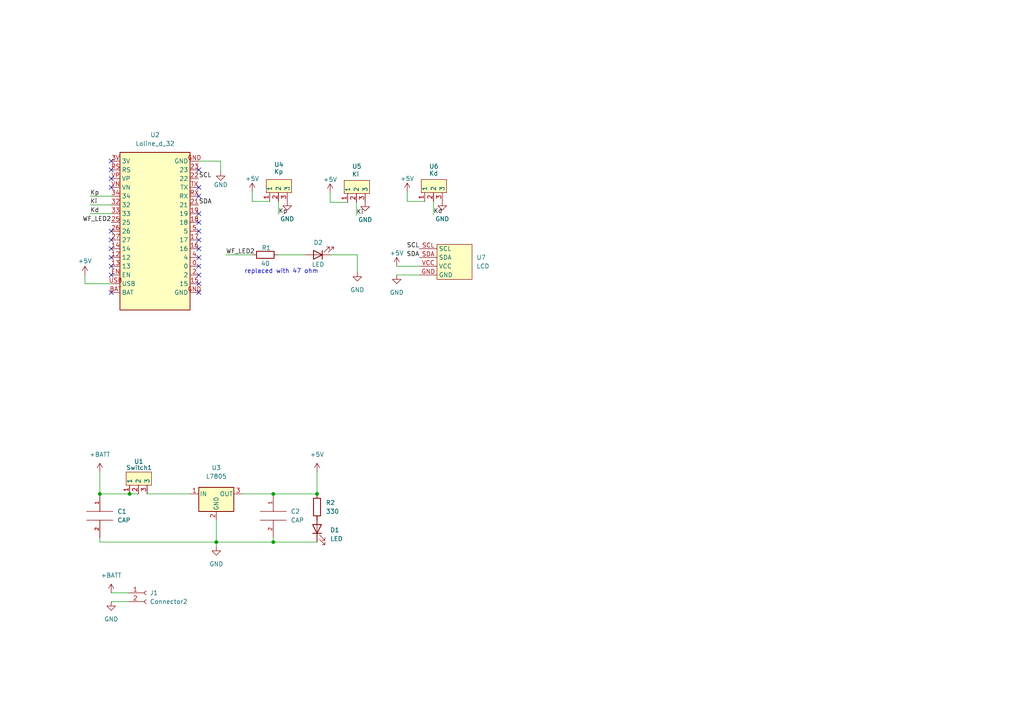
<source format=kicad_sch>
(kicad_sch (version 20211123) (generator eeschema)

  (uuid 55992e35-fe7b-468a-9b7a-1e4dc931b904)

  (paper "A4")

  (title_block
    (title "Controller")
    (date "2022-11-20")
    (company "Myongji Univ.")
    (comment 1 "Drawn by Jaewon Ahn")
  )

  (lib_symbols
    (symbol "Device:LED" (pin_numbers hide) (pin_names (offset 1.016) hide) (in_bom yes) (on_board yes)
      (property "Reference" "D" (id 0) (at 0 2.54 0)
        (effects (font (size 1.27 1.27)))
      )
      (property "Value" "LED" (id 1) (at 0 -2.54 0)
        (effects (font (size 1.27 1.27)))
      )
      (property "Footprint" "" (id 2) (at 0 0 0)
        (effects (font (size 1.27 1.27)) hide)
      )
      (property "Datasheet" "~" (id 3) (at 0 0 0)
        (effects (font (size 1.27 1.27)) hide)
      )
      (property "ki_keywords" "LED diode" (id 4) (at 0 0 0)
        (effects (font (size 1.27 1.27)) hide)
      )
      (property "ki_description" "Light emitting diode" (id 5) (at 0 0 0)
        (effects (font (size 1.27 1.27)) hide)
      )
      (property "ki_fp_filters" "LED* LED_SMD:* LED_THT:*" (id 6) (at 0 0 0)
        (effects (font (size 1.27 1.27)) hide)
      )
      (symbol "LED_0_1"
        (polyline
          (pts
            (xy -1.27 -1.27)
            (xy -1.27 1.27)
          )
          (stroke (width 0.254) (type default) (color 0 0 0 0))
          (fill (type none))
        )
        (polyline
          (pts
            (xy -1.27 0)
            (xy 1.27 0)
          )
          (stroke (width 0) (type default) (color 0 0 0 0))
          (fill (type none))
        )
        (polyline
          (pts
            (xy 1.27 -1.27)
            (xy 1.27 1.27)
            (xy -1.27 0)
            (xy 1.27 -1.27)
          )
          (stroke (width 0.254) (type default) (color 0 0 0 0))
          (fill (type none))
        )
        (polyline
          (pts
            (xy -3.048 -0.762)
            (xy -4.572 -2.286)
            (xy -3.81 -2.286)
            (xy -4.572 -2.286)
            (xy -4.572 -1.524)
          )
          (stroke (width 0) (type default) (color 0 0 0 0))
          (fill (type none))
        )
        (polyline
          (pts
            (xy -1.778 -0.762)
            (xy -3.302 -2.286)
            (xy -2.54 -2.286)
            (xy -3.302 -2.286)
            (xy -3.302 -1.524)
          )
          (stroke (width 0) (type default) (color 0 0 0 0))
          (fill (type none))
        )
      )
      (symbol "LED_1_1"
        (pin passive line (at -3.81 0 0) (length 2.54)
          (name "K" (effects (font (size 1.27 1.27))))
          (number "1" (effects (font (size 1.27 1.27))))
        )
        (pin passive line (at 3.81 0 180) (length 2.54)
          (name "A" (effects (font (size 1.27 1.27))))
          (number "2" (effects (font (size 1.27 1.27))))
        )
      )
    )
    (symbol "Device:R" (pin_numbers hide) (pin_names (offset 0)) (in_bom yes) (on_board yes)
      (property "Reference" "R" (id 0) (at 2.032 0 90)
        (effects (font (size 1.27 1.27)))
      )
      (property "Value" "R" (id 1) (at 0 0 90)
        (effects (font (size 1.27 1.27)))
      )
      (property "Footprint" "" (id 2) (at -1.778 0 90)
        (effects (font (size 1.27 1.27)) hide)
      )
      (property "Datasheet" "~" (id 3) (at 0 0 0)
        (effects (font (size 1.27 1.27)) hide)
      )
      (property "ki_keywords" "R res resistor" (id 4) (at 0 0 0)
        (effects (font (size 1.27 1.27)) hide)
      )
      (property "ki_description" "Resistor" (id 5) (at 0 0 0)
        (effects (font (size 1.27 1.27)) hide)
      )
      (property "ki_fp_filters" "R_*" (id 6) (at 0 0 0)
        (effects (font (size 1.27 1.27)) hide)
      )
      (symbol "R_0_1"
        (rectangle (start -1.016 -2.54) (end 1.016 2.54)
          (stroke (width 0.254) (type default) (color 0 0 0 0))
          (fill (type none))
        )
      )
      (symbol "R_1_1"
        (pin passive line (at 0 3.81 270) (length 1.27)
          (name "~" (effects (font (size 1.27 1.27))))
          (number "1" (effects (font (size 1.27 1.27))))
        )
        (pin passive line (at 0 -3.81 90) (length 1.27)
          (name "~" (effects (font (size 1.27 1.27))))
          (number "2" (effects (font (size 1.27 1.27))))
        )
      )
    )
    (symbol "New_Library:Connector1" (pin_names (offset 1.016) hide) (in_bom yes) (on_board yes)
      (property "Reference" "J" (id 0) (at 0 2.54 0)
        (effects (font (size 1.27 1.27)))
      )
      (property "Value" "Connector1" (id 1) (at 0 -5.08 0)
        (effects (font (size 1.27 1.27)))
      )
      (property "Footprint" "" (id 2) (at 0 0 0)
        (effects (font (size 1.27 1.27)) hide)
      )
      (property "Datasheet" "~" (id 3) (at 0 0 0)
        (effects (font (size 1.27 1.27)) hide)
      )
      (property "ki_keywords" "connector" (id 4) (at 0 0 0)
        (effects (font (size 1.27 1.27)) hide)
      )
      (property "ki_description" "Generic connector, single row, 01x02, script generated (kicad-library-utils/schlib/autogen/connector/)" (id 5) (at 0 0 0)
        (effects (font (size 1.27 1.27)) hide)
      )
      (property "ki_fp_filters" "Connector*:*_1x??_*" (id 6) (at 0 0 0)
        (effects (font (size 1.27 1.27)) hide)
      )
      (symbol "Connector1_1_1"
        (arc (start 0 -2.032) (mid -0.508 -2.54) (end 0 -3.048)
          (stroke (width 0.1524) (type default) (color 0 0 0 0))
          (fill (type none))
        )
        (polyline
          (pts
            (xy -1.27 -2.54)
            (xy -0.508 -2.54)
          )
          (stroke (width 0.1524) (type default) (color 0 0 0 0))
          (fill (type none))
        )
        (polyline
          (pts
            (xy -1.27 0)
            (xy -0.508 0)
          )
          (stroke (width 0.1524) (type default) (color 0 0 0 0))
          (fill (type none))
        )
        (arc (start 0 0.508) (mid -0.508 0) (end 0 -0.508)
          (stroke (width 0.1524) (type default) (color 0 0 0 0))
          (fill (type none))
        )
        (pin passive line (at -5.08 0 0) (length 3.81)
          (name "Pin_1" (effects (font (size 1.27 1.27))))
          (number "1" (effects (font (size 1.27 1.27))))
        )
        (pin passive line (at -5.08 -2.54 0) (length 3.81)
          (name "Pin_2" (effects (font (size 1.27 1.27))))
          (number "2" (effects (font (size 1.27 1.27))))
        )
      )
    )
    (symbol "New_Library:LCD" (in_bom yes) (on_board yes)
      (property "Reference" "U" (id 0) (at 0 -8.89 0)
        (effects (font (size 1.27 1.27)))
      )
      (property "Value" "LCD" (id 1) (at 0 6.35 0)
        (effects (font (size 1.27 1.27)))
      )
      (property "Footprint" "" (id 2) (at 1.27 0 0)
        (effects (font (size 1.27 1.27)) hide)
      )
      (property "Datasheet" "" (id 3) (at 1.27 0 0)
        (effects (font (size 1.27 1.27)) hide)
      )
      (symbol "LCD_0_1"
        (rectangle (start -5.08 3.81) (end 5.08 -6.35)
          (stroke (width 0) (type default) (color 0 0 0 0))
          (fill (type background))
        )
      )
      (symbol "LCD_1_1"
        (pin bidirectional line (at 10.16 2.54 180) (length 5.08)
          (name "GND" (effects (font (size 1.27 1.27))))
          (number "GND" (effects (font (size 1.27 1.27))))
        )
        (pin bidirectional line (at 10.16 -5.08 180) (length 5.08)
          (name "SCL" (effects (font (size 1.27 1.27))))
          (number "SCL" (effects (font (size 1.27 1.27))))
        )
        (pin bidirectional line (at 10.16 -2.54 180) (length 5.08)
          (name "SDA" (effects (font (size 1.27 1.27))))
          (number "SDA" (effects (font (size 1.27 1.27))))
        )
        (pin bidirectional line (at 10.16 0 180) (length 5.08)
          (name "VCC" (effects (font (size 1.27 1.27))))
          (number "VCC" (effects (font (size 1.27 1.27))))
        )
      )
    )
    (symbol "New_Library:Loline_d_32" (in_bom yes) (on_board yes)
      (property "Reference" "U" (id 0) (at 0 23.114 0)
        (effects (font (size 1.27 1.27)))
      )
      (property "Value" "Loline_d_32" (id 1) (at -0.508 -25.4 0)
        (effects (font (size 1.27 1.27)))
      )
      (property "Footprint" "" (id 2) (at -3.048 -12.7 0)
        (effects (font (size 1.27 1.27)) hide)
      )
      (property "Datasheet" "" (id 3) (at -3.048 -12.7 0)
        (effects (font (size 1.27 1.27)) hide)
      )
      (symbol "Loline_d_32_0_1"
        (rectangle (start -10.668 21.59) (end 9.652 -24.13)
          (stroke (width 0.254) (type default) (color 0 0 0 0))
          (fill (type background))
        )
      )
      (symbol "Loline_d_32_1_1"
        (pin bidirectional line (at 12.192 -11.43 180) (length 2.54)
          (name "0" (effects (font (size 1.27 1.27))))
          (number "0" (effects (font (size 1.27 1.27))))
        )
        (pin bidirectional line (at -13.208 -8.89 0) (length 2.54)
          (name "12" (effects (font (size 1.27 1.27))))
          (number "12" (effects (font (size 1.27 1.27))))
        )
        (pin bidirectional line (at -13.208 -11.43 0) (length 2.54)
          (name "13" (effects (font (size 1.27 1.27))))
          (number "13" (effects (font (size 1.27 1.27))))
        )
        (pin bidirectional line (at -13.208 -6.35 0) (length 2.54)
          (name "14" (effects (font (size 1.27 1.27))))
          (number "14" (effects (font (size 1.27 1.27))))
        )
        (pin bidirectional line (at 12.192 -16.51 180) (length 2.54)
          (name "15" (effects (font (size 1.27 1.27))))
          (number "15" (effects (font (size 1.27 1.27))))
        )
        (pin bidirectional line (at 12.192 -6.35 180) (length 2.54)
          (name "16" (effects (font (size 1.27 1.27))))
          (number "16" (effects (font (size 1.27 1.27))))
        )
        (pin bidirectional line (at 12.192 -3.81 180) (length 2.54)
          (name "17" (effects (font (size 1.27 1.27))))
          (number "17" (effects (font (size 1.27 1.27))))
        )
        (pin bidirectional line (at 12.192 1.27 180) (length 2.54)
          (name "18" (effects (font (size 1.27 1.27))))
          (number "18" (effects (font (size 1.27 1.27))))
        )
        (pin bidirectional line (at 12.192 3.81 180) (length 2.54)
          (name "19" (effects (font (size 1.27 1.27))))
          (number "19" (effects (font (size 1.27 1.27))))
        )
        (pin bidirectional line (at 12.192 -13.97 180) (length 2.54)
          (name "2" (effects (font (size 1.27 1.27))))
          (number "2" (effects (font (size 1.27 1.27))))
        )
        (pin bidirectional line (at 12.192 6.35 180) (length 2.54)
          (name "21" (effects (font (size 1.27 1.27))))
          (number "21" (effects (font (size 1.27 1.27))))
        )
        (pin bidirectional line (at 12.192 13.97 180) (length 2.54)
          (name "22" (effects (font (size 1.27 1.27))))
          (number "22" (effects (font (size 1.27 1.27))))
        )
        (pin bidirectional line (at 12.192 16.51 180) (length 2.54)
          (name "23" (effects (font (size 1.27 1.27))))
          (number "23" (effects (font (size 1.27 1.27))))
        )
        (pin bidirectional line (at -13.208 1.27 0) (length 2.54)
          (name "25" (effects (font (size 1.27 1.27))))
          (number "25" (effects (font (size 1.27 1.27))))
        )
        (pin bidirectional line (at -13.208 -1.27 0) (length 2.54)
          (name "26" (effects (font (size 1.27 1.27))))
          (number "26" (effects (font (size 1.27 1.27))))
        )
        (pin bidirectional line (at -13.208 -3.81 0) (length 2.54)
          (name "27" (effects (font (size 1.27 1.27))))
          (number "27" (effects (font (size 1.27 1.27))))
        )
        (pin bidirectional line (at -13.208 6.35 0) (length 2.54)
          (name "32" (effects (font (size 1.27 1.27))))
          (number "32" (effects (font (size 1.27 1.27))))
        )
        (pin bidirectional line (at -13.208 3.81 0) (length 2.54)
          (name "33" (effects (font (size 1.27 1.27))))
          (number "33" (effects (font (size 1.27 1.27))))
        )
        (pin bidirectional line (at -13.208 8.89 0) (length 2.54)
          (name "34" (effects (font (size 1.27 1.27))))
          (number "34" (effects (font (size 1.27 1.27))))
        )
        (pin bidirectional line (at -13.208 19.05 0) (length 2.54)
          (name "3V" (effects (font (size 1.27 1.27))))
          (number "3V" (effects (font (size 1.27 1.27))))
        )
        (pin bidirectional line (at 12.192 -8.89 180) (length 2.54)
          (name "4" (effects (font (size 1.27 1.27))))
          (number "4" (effects (font (size 1.27 1.27))))
        )
        (pin bidirectional line (at 12.192 -1.27 180) (length 2.54)
          (name "5" (effects (font (size 1.27 1.27))))
          (number "5" (effects (font (size 1.27 1.27))))
        )
        (pin bidirectional line (at -13.208 -19.05 0) (length 2.54)
          (name "BAT" (effects (font (size 1.27 1.27))))
          (number "BAT" (effects (font (size 1.27 1.27))))
        )
        (pin bidirectional line (at -13.208 -13.97 0) (length 2.54)
          (name "EN" (effects (font (size 1.27 1.27))))
          (number "EN" (effects (font (size 1.27 1.27))))
        )
        (pin bidirectional line (at 12.192 -19.05 180) (length 2.54)
          (name "GND" (effects (font (size 1.27 1.27))))
          (number "GND" (effects (font (size 1.27 1.27))))
        )
        (pin bidirectional line (at 12.192 19.05 180) (length 2.54)
          (name "GND" (effects (font (size 1.27 1.27))))
          (number "GND" (effects (font (size 1.27 1.27))))
        )
        (pin bidirectional line (at -13.208 16.51 0) (length 2.54)
          (name "RS" (effects (font (size 1.27 1.27))))
          (number "RS" (effects (font (size 1.27 1.27))))
        )
        (pin bidirectional line (at 12.192 8.89 180) (length 2.54)
          (name "RX" (effects (font (size 1.27 1.27))))
          (number "RX" (effects (font (size 1.27 1.27))))
        )
        (pin bidirectional line (at 12.192 11.43 180) (length 2.54)
          (name "TX" (effects (font (size 1.27 1.27))))
          (number "TX" (effects (font (size 1.27 1.27))))
        )
        (pin bidirectional line (at -13.208 -16.51 0) (length 2.54)
          (name "USB" (effects (font (size 1.27 1.27))))
          (number "USB" (effects (font (size 1.27 1.27))))
        )
        (pin bidirectional line (at -13.208 11.43 0) (length 2.54)
          (name "VN" (effects (font (size 1.27 1.27))))
          (number "VN" (effects (font (size 1.27 1.27))))
        )
        (pin bidirectional line (at -13.208 13.97 0) (length 2.54)
          (name "VP" (effects (font (size 1.27 1.27))))
          (number "VP" (effects (font (size 1.27 1.27))))
        )
      )
    )
    (symbol "New_Library:Switch1" (in_bom yes) (on_board yes)
      (property "Reference" "U" (id 0) (at 0 3.302 0)
        (effects (font (size 1.27 1.27)))
      )
      (property "Value" "Switch1" (id 1) (at 0.254 5.08 0)
        (effects (font (size 1.27 1.27)))
      )
      (property "Footprint" "" (id 2) (at -0.762 0.508 0)
        (effects (font (size 1.27 1.27)) hide)
      )
      (property "Datasheet" "" (id 3) (at -0.762 0.508 0)
        (effects (font (size 1.27 1.27)) hide)
      )
      (symbol "Switch1_0_1"
        (rectangle (start 3.81 -1.524) (end -3.556 2.286)
          (stroke (width 0) (type default) (color 0 0 0 0))
          (fill (type background))
        )
      )
      (symbol "Switch1_1_1"
        (pin passive line (at -2.54 -4.064 90) (length 2.54)
          (name "1" (effects (font (size 1.27 1.27))))
          (number "1" (effects (font (size 1.27 1.27))))
        )
        (pin passive line (at 0 -4.064 90) (length 2.54)
          (name "2" (effects (font (size 1.27 1.27))))
          (number "2" (effects (font (size 1.27 1.27))))
        )
        (pin passive line (at 2.54 -4.064 90) (length 2.54)
          (name "3" (effects (font (size 1.27 1.27))))
          (number "3" (effects (font (size 1.27 1.27))))
        )
      )
    )
    (symbol "New_Library:variable_R" (in_bom yes) (on_board yes)
      (property "Reference" "U" (id 0) (at 0 5.08 0)
        (effects (font (size 1.27 1.27)))
      )
      (property "Value" "variable_R" (id 1) (at 0 -7.62 0)
        (effects (font (size 1.27 1.27)))
      )
      (property "Footprint" "" (id 2) (at 2.54 -7.62 0)
        (effects (font (size 1.27 1.27)) hide)
      )
      (property "Datasheet" "" (id 3) (at 2.54 -7.62 0)
        (effects (font (size 1.27 1.27)) hide)
      )
      (symbol "variable_R_0_1"
        (rectangle (start 3.81 0) (end -3.556 3.81)
          (stroke (width 0) (type default) (color 0 0 0 0))
          (fill (type background))
        )
      )
      (symbol "variable_R_1_1"
        (pin input line (at -2.54 -2.54 90) (length 2.54)
          (name "1" (effects (font (size 1.27 1.27))))
          (number "1" (effects (font (size 1.27 1.27))))
        )
        (pin input line (at 0 -2.54 90) (length 2.54)
          (name "2" (effects (font (size 1.27 1.27))))
          (number "2" (effects (font (size 1.27 1.27))))
        )
        (pin input line (at 2.54 -2.54 90) (length 2.54)
          (name "3" (effects (font (size 1.27 1.27))))
          (number "3" (effects (font (size 1.27 1.27))))
        )
      )
    )
    (symbol "Regulator_Linear:L7805" (pin_names (offset 0.254)) (in_bom yes) (on_board yes)
      (property "Reference" "U" (id 0) (at -3.81 3.175 0)
        (effects (font (size 1.27 1.27)))
      )
      (property "Value" "L7805" (id 1) (at 0 3.175 0)
        (effects (font (size 1.27 1.27)) (justify left))
      )
      (property "Footprint" "" (id 2) (at 0.635 -3.81 0)
        (effects (font (size 1.27 1.27) italic) (justify left) hide)
      )
      (property "Datasheet" "http://www.st.com/content/ccc/resource/technical/document/datasheet/41/4f/b3/b0/12/d4/47/88/CD00000444.pdf/files/CD00000444.pdf/jcr:content/translations/en.CD00000444.pdf" (id 3) (at 0 -1.27 0)
        (effects (font (size 1.27 1.27)) hide)
      )
      (property "ki_keywords" "Voltage Regulator 1.5A Positive" (id 4) (at 0 0 0)
        (effects (font (size 1.27 1.27)) hide)
      )
      (property "ki_description" "Positive 1.5A 35V Linear Regulator, Fixed Output 5V, TO-220/TO-263/TO-252" (id 5) (at 0 0 0)
        (effects (font (size 1.27 1.27)) hide)
      )
      (property "ki_fp_filters" "TO?252* TO?263* TO?220*" (id 6) (at 0 0 0)
        (effects (font (size 1.27 1.27)) hide)
      )
      (symbol "L7805_0_1"
        (rectangle (start -5.08 1.905) (end 5.08 -5.08)
          (stroke (width 0.254) (type default) (color 0 0 0 0))
          (fill (type background))
        )
      )
      (symbol "L7805_1_1"
        (pin power_in line (at -7.62 0 0) (length 2.54)
          (name "IN" (effects (font (size 1.27 1.27))))
          (number "1" (effects (font (size 1.27 1.27))))
        )
        (pin power_in line (at 0 -7.62 90) (length 2.54)
          (name "GND" (effects (font (size 1.27 1.27))))
          (number "2" (effects (font (size 1.27 1.27))))
        )
        (pin power_out line (at 7.62 0 180) (length 2.54)
          (name "OUT" (effects (font (size 1.27 1.27))))
          (number "3" (effects (font (size 1.27 1.27))))
        )
      )
    )
    (symbol "power:+5V" (power) (pin_names (offset 0)) (in_bom yes) (on_board yes)
      (property "Reference" "#PWR" (id 0) (at 0 -3.81 0)
        (effects (font (size 1.27 1.27)) hide)
      )
      (property "Value" "+5V" (id 1) (at 0 3.556 0)
        (effects (font (size 1.27 1.27)))
      )
      (property "Footprint" "" (id 2) (at 0 0 0)
        (effects (font (size 1.27 1.27)) hide)
      )
      (property "Datasheet" "" (id 3) (at 0 0 0)
        (effects (font (size 1.27 1.27)) hide)
      )
      (property "ki_keywords" "power-flag" (id 4) (at 0 0 0)
        (effects (font (size 1.27 1.27)) hide)
      )
      (property "ki_description" "Power symbol creates a global label with name \"+5V\"" (id 5) (at 0 0 0)
        (effects (font (size 1.27 1.27)) hide)
      )
      (symbol "+5V_0_1"
        (polyline
          (pts
            (xy -0.762 1.27)
            (xy 0 2.54)
          )
          (stroke (width 0) (type default) (color 0 0 0 0))
          (fill (type none))
        )
        (polyline
          (pts
            (xy 0 0)
            (xy 0 2.54)
          )
          (stroke (width 0) (type default) (color 0 0 0 0))
          (fill (type none))
        )
        (polyline
          (pts
            (xy 0 2.54)
            (xy 0.762 1.27)
          )
          (stroke (width 0) (type default) (color 0 0 0 0))
          (fill (type none))
        )
      )
      (symbol "+5V_1_1"
        (pin power_in line (at 0 0 90) (length 0) hide
          (name "+5V" (effects (font (size 1.27 1.27))))
          (number "1" (effects (font (size 1.27 1.27))))
        )
      )
    )
    (symbol "power:+BATT" (power) (pin_names (offset 0)) (in_bom yes) (on_board yes)
      (property "Reference" "#PWR" (id 0) (at 0 -3.81 0)
        (effects (font (size 1.27 1.27)) hide)
      )
      (property "Value" "+BATT" (id 1) (at 0 3.556 0)
        (effects (font (size 1.27 1.27)))
      )
      (property "Footprint" "" (id 2) (at 0 0 0)
        (effects (font (size 1.27 1.27)) hide)
      )
      (property "Datasheet" "" (id 3) (at 0 0 0)
        (effects (font (size 1.27 1.27)) hide)
      )
      (property "ki_keywords" "power-flag battery" (id 4) (at 0 0 0)
        (effects (font (size 1.27 1.27)) hide)
      )
      (property "ki_description" "Power symbol creates a global label with name \"+BATT\"" (id 5) (at 0 0 0)
        (effects (font (size 1.27 1.27)) hide)
      )
      (symbol "+BATT_0_1"
        (polyline
          (pts
            (xy -0.762 1.27)
            (xy 0 2.54)
          )
          (stroke (width 0) (type default) (color 0 0 0 0))
          (fill (type none))
        )
        (polyline
          (pts
            (xy 0 0)
            (xy 0 2.54)
          )
          (stroke (width 0) (type default) (color 0 0 0 0))
          (fill (type none))
        )
        (polyline
          (pts
            (xy 0 2.54)
            (xy 0.762 1.27)
          )
          (stroke (width 0) (type default) (color 0 0 0 0))
          (fill (type none))
        )
      )
      (symbol "+BATT_1_1"
        (pin power_in line (at 0 0 90) (length 0) hide
          (name "+BATT" (effects (font (size 1.27 1.27))))
          (number "1" (effects (font (size 1.27 1.27))))
        )
      )
    )
    (symbol "power:GND" (power) (pin_names (offset 0)) (in_bom yes) (on_board yes)
      (property "Reference" "#PWR" (id 0) (at 0 -6.35 0)
        (effects (font (size 1.27 1.27)) hide)
      )
      (property "Value" "GND" (id 1) (at 0 -3.81 0)
        (effects (font (size 1.27 1.27)))
      )
      (property "Footprint" "" (id 2) (at 0 0 0)
        (effects (font (size 1.27 1.27)) hide)
      )
      (property "Datasheet" "" (id 3) (at 0 0 0)
        (effects (font (size 1.27 1.27)) hide)
      )
      (property "ki_keywords" "power-flag" (id 4) (at 0 0 0)
        (effects (font (size 1.27 1.27)) hide)
      )
      (property "ki_description" "Power symbol creates a global label with name \"GND\" , ground" (id 5) (at 0 0 0)
        (effects (font (size 1.27 1.27)) hide)
      )
      (symbol "GND_0_1"
        (polyline
          (pts
            (xy 0 0)
            (xy 0 -1.27)
            (xy 1.27 -1.27)
            (xy 0 -2.54)
            (xy -1.27 -1.27)
            (xy 0 -1.27)
          )
          (stroke (width 0) (type default) (color 0 0 0 0))
          (fill (type none))
        )
      )
      (symbol "GND_1_1"
        (pin power_in line (at 0 0 270) (length 0) hide
          (name "GND" (effects (font (size 1.27 1.27))))
          (number "1" (effects (font (size 1.27 1.27))))
        )
      )
    )
    (symbol "pspice:CAP" (pin_names (offset 0.254)) (in_bom yes) (on_board yes)
      (property "Reference" "C" (id 0) (at 2.54 3.81 90)
        (effects (font (size 1.27 1.27)))
      )
      (property "Value" "CAP" (id 1) (at 2.54 -3.81 90)
        (effects (font (size 1.27 1.27)))
      )
      (property "Footprint" "" (id 2) (at 0 0 0)
        (effects (font (size 1.27 1.27)) hide)
      )
      (property "Datasheet" "~" (id 3) (at 0 0 0)
        (effects (font (size 1.27 1.27)) hide)
      )
      (property "ki_keywords" "simulation" (id 4) (at 0 0 0)
        (effects (font (size 1.27 1.27)) hide)
      )
      (property "ki_description" "Capacitor symbol for simulation only" (id 5) (at 0 0 0)
        (effects (font (size 1.27 1.27)) hide)
      )
      (symbol "CAP_0_1"
        (polyline
          (pts
            (xy -3.81 -1.27)
            (xy 3.81 -1.27)
          )
          (stroke (width 0) (type default) (color 0 0 0 0))
          (fill (type none))
        )
        (polyline
          (pts
            (xy -3.81 1.27)
            (xy 3.81 1.27)
          )
          (stroke (width 0) (type default) (color 0 0 0 0))
          (fill (type none))
        )
      )
      (symbol "CAP_1_1"
        (pin passive line (at 0 6.35 270) (length 5.08)
          (name "~" (effects (font (size 1.016 1.016))))
          (number "1" (effects (font (size 1.016 1.016))))
        )
        (pin passive line (at 0 -6.35 90) (length 5.08)
          (name "~" (effects (font (size 1.016 1.016))))
          (number "2" (effects (font (size 1.016 1.016))))
        )
      )
    )
  )

  (junction (at 37.592 143.256) (diameter 0) (color 0 0 0 0)
    (uuid 0967eaf7-3e4f-4a2f-9d90-7cb2691f23b6)
  )
  (junction (at 28.956 143.256) (diameter 0) (color 0 0 0 0)
    (uuid 2102c637-9f11-48f1-aae6-b4139dc22be2)
  )
  (junction (at 62.738 157.226) (diameter 0) (color 0 0 0 0)
    (uuid 2e1d63b8-5189-41bb-8b6a-c4ada546b2d5)
  )
  (junction (at 91.948 143.256) (diameter 0) (color 0 0 0 0)
    (uuid 8ade7975-64a0-440a-8545-11958836bf48)
  )
  (junction (at 79.248 157.226) (diameter 0) (color 0 0 0 0)
    (uuid 9666bb6a-0c1d-4c92-be6d-94a465ec5c51)
  )
  (junction (at 79.248 143.256) (diameter 0) (color 0 0 0 0)
    (uuid d396ce56-1974-47b7-a41b-ae2b20ef835c)
  )

  (no_connect (at 57.658 69.596) (uuid 022502e0-e724-4b75-bc35-3c5984dbeb76))
  (no_connect (at 57.658 84.836) (uuid 0554bea0-89b2-4e25-9ea3-4c73921c94cb))
  (no_connect (at 32.258 84.836) (uuid 22962957-1efd-404d-83db-5b233b6c15b0))
  (no_connect (at 57.658 67.056) (uuid 2681e64d-bedc-4e1f-87d2-754aaa485bbd))
  (no_connect (at 32.258 67.056) (uuid 4086cbd7-6ba7-4e63-8da9-17e60627ee17))
  (no_connect (at 57.658 61.976) (uuid 49fec31e-3712-4229-8142-b191d90a97d0))
  (no_connect (at 32.258 46.736) (uuid 5a390647-51ba-4684-b747-9001f749ff71))
  (no_connect (at 57.658 49.276) (uuid 6b6d35dc-fa1d-46c5-87c0-b0652011059d))
  (no_connect (at 57.658 54.356) (uuid 6b8c153e-62fe-42fb-aa7f-caef740ef6fd))
  (no_connect (at 57.658 74.676) (uuid 722636b6-8ff0-452f-9357-23deb317d921))
  (no_connect (at 32.258 49.276) (uuid 765684c2-53b3-4ef7-bd1b-7a4a73d87b76))
  (no_connect (at 57.658 82.296) (uuid 88606262-3ac5-44a1-aacc-18b26cf4d396))
  (no_connect (at 57.658 79.756) (uuid 8eb98c56-17e4-4de6-a3e3-06dcfa392040))
  (no_connect (at 32.258 72.136) (uuid 91fc5800-6029-46b1-848d-ca0091f97267))
  (no_connect (at 57.658 64.516) (uuid 9f969b13-1795-4747-8326-93bdc304ed56))
  (no_connect (at 32.258 54.356) (uuid a22bec73-a69c-4ab7-8d8d-f6a6b09f925f))
  (no_connect (at 57.658 56.896) (uuid b9d4de74-d246-495d-8b63-12ab2133d6d6))
  (no_connect (at 32.258 69.596) (uuid bb8162f0-99c8-4884-be5b-c0d0c7e81ff6))
  (no_connect (at 32.258 77.216) (uuid bd085057-7c0e-463a-982b-968a2dc1f0f8))
  (no_connect (at 32.258 79.756) (uuid c66a19ed-90c0-4502-ae75-6a4c4ab9f297))
  (no_connect (at 32.258 51.816) (uuid c811ed5f-f509-4605-b7d3-da6f79935a1e))
  (no_connect (at 57.658 77.216) (uuid cd1cff81-9d8a-4511-96d6-4ddb79484001))
  (no_connect (at 32.258 74.676) (uuid d1cd5391-31d2-459f-8adb-4ae3f304a833))
  (no_connect (at 57.658 72.136) (uuid d655bb0a-cbf9-4908-ad60-7024ff468fbd))

  (wire (pts (xy 100.838 58.674) (xy 95.758 58.674))
    (stroke (width 0) (type default) (color 0 0 0 0))
    (uuid 07652224-af43-42a2-841c-1883ba305bc4)
  )
  (wire (pts (xy 80.772 73.914) (xy 88.392 73.914))
    (stroke (width 0) (type default) (color 0 0 0 0))
    (uuid 15a5a11b-0ea1-4f6e-b356-cc2d530615ed)
  )
  (wire (pts (xy 80.772 58.42) (xy 80.772 62.23))
    (stroke (width 0) (type default) (color 0 0 0 0))
    (uuid 15ea3484-2685-47cb-9e01-ec01c6d477b8)
  )
  (wire (pts (xy 28.956 143.256) (xy 37.592 143.256))
    (stroke (width 0) (type default) (color 0 0 0 0))
    (uuid 272c2a78-b5f5-4b61-aed3-ec69e0e92729)
  )
  (wire (pts (xy 24.638 82.296) (xy 24.638 79.756))
    (stroke (width 0) (type default) (color 0 0 0 0))
    (uuid 275b6416-db29-42cc-9307-bf426917c3b4)
  )
  (wire (pts (xy 62.738 150.876) (xy 62.738 157.226))
    (stroke (width 0) (type default) (color 0 0 0 0))
    (uuid 2ad4b4ba-3abd-4313-bed9-1edce936a95e)
  )
  (wire (pts (xy 32.258 82.296) (xy 24.638 82.296))
    (stroke (width 0) (type default) (color 0 0 0 0))
    (uuid 3c22d605-7855-4cc6-8ad2-906cadbd02dc)
  )
  (wire (pts (xy 28.956 157.226) (xy 62.738 157.226))
    (stroke (width 0) (type default) (color 0 0 0 0))
    (uuid 3f2a6679-91d7-4b6c-bf5c-c4d5abb2bc44)
  )
  (wire (pts (xy 123.19 58.42) (xy 118.11 58.42))
    (stroke (width 0) (type default) (color 0 0 0 0))
    (uuid 414f80f7-b2d5-43c3-a018-819efe44fe30)
  )
  (wire (pts (xy 95.758 58.674) (xy 95.758 55.88))
    (stroke (width 0) (type default) (color 0 0 0 0))
    (uuid 4d3a1f72-d521-46ae-8fe1-3f8221038335)
  )
  (wire (pts (xy 26.162 61.976) (xy 32.258 61.976))
    (stroke (width 0) (type default) (color 0 0 0 0))
    (uuid 4fb2577d-2e1c-480c-9060-124510b35053)
  )
  (wire (pts (xy 79.248 155.956) (xy 79.248 157.226))
    (stroke (width 0) (type default) (color 0 0 0 0))
    (uuid 5641be26-f5e9-482f-8616-297f17f4eae2)
  )
  (wire (pts (xy 57.658 46.736) (xy 64.008 46.736))
    (stroke (width 0) (type default) (color 0 0 0 0))
    (uuid 59e09498-d26e-4ba7-b47d-fece2ea7c274)
  )
  (wire (pts (xy 115.062 79.756) (xy 121.666 79.756))
    (stroke (width 0) (type default) (color 0 0 0 0))
    (uuid 5fe7a4eb-9f04-4df6-a1fa-36c071e280d7)
  )
  (wire (pts (xy 103.378 58.674) (xy 103.378 62.484))
    (stroke (width 0) (type default) (color 0 0 0 0))
    (uuid 63286bbb-78a3-4368-a50a-f6bf5f1653b0)
  )
  (wire (pts (xy 64.008 46.736) (xy 64.008 49.784))
    (stroke (width 0) (type default) (color 0 0 0 0))
    (uuid 7943ed8c-e760-4ace-9c5f-baf5589fae39)
  )
  (wire (pts (xy 91.948 157.226) (xy 79.248 157.226))
    (stroke (width 0) (type default) (color 0 0 0 0))
    (uuid 799d9f4a-bb6b-44d5-9f4c-3a30db59943d)
  )
  (wire (pts (xy 37.592 143.256) (xy 40.132 143.256))
    (stroke (width 0) (type default) (color 0 0 0 0))
    (uuid 7aa48356-0363-4881-a22e-060e5a1f9201)
  )
  (wire (pts (xy 32.258 171.958) (xy 37.338 171.958))
    (stroke (width 0) (type default) (color 0 0 0 0))
    (uuid 80095e91-6317-4cfb-9aea-884c9a1accc5)
  )
  (wire (pts (xy 70.358 143.256) (xy 79.248 143.256))
    (stroke (width 0) (type default) (color 0 0 0 0))
    (uuid 86143bb0-7899-4df8-b1df-baa3c0ac7889)
  )
  (wire (pts (xy 42.672 143.256) (xy 55.118 143.256))
    (stroke (width 0) (type default) (color 0 0 0 0))
    (uuid 8d063f79-9282-4820-bcf4-1ff3c006cf08)
  )
  (wire (pts (xy 62.738 157.226) (xy 62.738 158.496))
    (stroke (width 0) (type default) (color 0 0 0 0))
    (uuid 90d503cf-92b2-4120-a4b0-03a2eddde893)
  )
  (wire (pts (xy 32.258 174.498) (xy 37.338 174.498))
    (stroke (width 0) (type default) (color 0 0 0 0))
    (uuid 96ef76a5-90c3-4767-98ba-2b61887e28d3)
  )
  (wire (pts (xy 73.152 58.42) (xy 73.152 55.626))
    (stroke (width 0) (type default) (color 0 0 0 0))
    (uuid 981ff4de-0330-4757-b746-0cb983df5e7c)
  )
  (wire (pts (xy 28.956 155.956) (xy 28.956 157.226))
    (stroke (width 0) (type default) (color 0 0 0 0))
    (uuid a3fab380-991d-404b-95d5-1c209b047b6e)
  )
  (wire (pts (xy 118.11 58.42) (xy 118.11 55.626))
    (stroke (width 0) (type default) (color 0 0 0 0))
    (uuid a419542a-0c78-421e-9ac7-81d3afba6186)
  )
  (wire (pts (xy 115.062 77.216) (xy 121.666 77.216))
    (stroke (width 0) (type default) (color 0 0 0 0))
    (uuid a6891c49-3648-41ce-811e-fccb4c4653af)
  )
  (wire (pts (xy 28.956 136.906) (xy 28.956 143.256))
    (stroke (width 0) (type default) (color 0 0 0 0))
    (uuid af186015-d283-4209-aade-a247e5de01df)
  )
  (wire (pts (xy 26.162 56.896) (xy 32.258 56.896))
    (stroke (width 0) (type default) (color 0 0 0 0))
    (uuid b44c0167-50fe-4c67-94fb-5ce2e6f52544)
  )
  (wire (pts (xy 26.162 59.436) (xy 32.258 59.436))
    (stroke (width 0) (type default) (color 0 0 0 0))
    (uuid bd29b6d3-a58c-4b1f-9c20-de4efb708ab2)
  )
  (wire (pts (xy 79.248 143.256) (xy 91.948 143.256))
    (stroke (width 0) (type default) (color 0 0 0 0))
    (uuid c10ace36-a93c-4c08-ac75-059ef9e1f71c)
  )
  (wire (pts (xy 91.948 149.606) (xy 91.948 150.876))
    (stroke (width 0) (type default) (color 0 0 0 0))
    (uuid c220da05-2a98-47be-9327-0c73c5263c41)
  )
  (wire (pts (xy 125.73 58.42) (xy 125.73 62.23))
    (stroke (width 0) (type default) (color 0 0 0 0))
    (uuid c480dba7-51ff-4a4f-9251-e48b2784c64a)
  )
  (wire (pts (xy 103.632 73.914) (xy 103.632 78.994))
    (stroke (width 0) (type default) (color 0 0 0 0))
    (uuid c482f4f0-b441-4301-a9f1-c7f9e511d699)
  )
  (wire (pts (xy 78.232 58.42) (xy 73.152 58.42))
    (stroke (width 0) (type default) (color 0 0 0 0))
    (uuid c6462399-f2e4-4f1a-b34a-b49a04c8bdb9)
  )
  (wire (pts (xy 79.248 157.226) (xy 62.738 157.226))
    (stroke (width 0) (type default) (color 0 0 0 0))
    (uuid cd2580a0-9e4c-4895-a13c-3b2ee33bafc4)
  )
  (wire (pts (xy 73.152 73.914) (xy 65.532 73.914))
    (stroke (width 0) (type default) (color 0 0 0 0))
    (uuid d4ef5db0-5fba-4fcd-ab64-2ef2646c5c6d)
  )
  (wire (pts (xy 96.012 73.914) (xy 103.632 73.914))
    (stroke (width 0) (type default) (color 0 0 0 0))
    (uuid e1fe6230-75c5-4750-aaea-24a9b80589d8)
  )
  (wire (pts (xy 91.948 136.906) (xy 91.948 143.256))
    (stroke (width 0) (type default) (color 0 0 0 0))
    (uuid e7893166-2c2c-41b4-bd84-76ebc2e06551)
  )

  (text "replaced with 47 ohm\n" (at 70.866 79.502 0)
    (effects (font (size 1.27 1.27)) (justify left bottom))
    (uuid 3f43c2dc-daa2-45ba-b8ca-7ae5aebed882)
  )

  (label "SCL" (at 121.666 72.136 180)
    (effects (font (size 1.27 1.27)) (justify right bottom))
    (uuid 2d4d8c24-5b38-445b-8733-2a81ba21d33e)
  )
  (label "Kd" (at 26.162 61.976 0)
    (effects (font (size 1.27 1.27)) (justify left bottom))
    (uuid 3b9c5ffd-e59b-402d-8c5e-052f7ca643a4)
  )
  (label "WF_LED2" (at 65.532 73.914 0)
    (effects (font (size 1.27 1.27)) (justify left bottom))
    (uuid 406d491e-5b01-46dc-a768-fd0992cdb346)
  )
  (label "Kp" (at 26.162 56.896 0)
    (effects (font (size 1.27 1.27)) (justify left bottom))
    (uuid 42ecdba3-f348-4384-8d4b-cd21e56f3613)
  )
  (label "SDA" (at 121.666 74.676 180)
    (effects (font (size 1.27 1.27)) (justify right bottom))
    (uuid 653e74f0-0a40-4ab5-8f5c-787bbaf1d723)
  )
  (label "Kp" (at 80.772 62.23 0)
    (effects (font (size 1.27 1.27)) (justify left bottom))
    (uuid b8e1a8b8-63f0-4e53-a6cb-c8edf9a649c4)
  )
  (label "Kd" (at 125.73 62.23 0)
    (effects (font (size 1.27 1.27)) (justify left bottom))
    (uuid bc1d5740-b0c7-4566-95b0-470ac47a1fb3)
  )
  (label "SDA" (at 57.658 59.436 0)
    (effects (font (size 1.27 1.27)) (justify left bottom))
    (uuid d035bb7a-e806-42f2-ba95-a390d279aef1)
  )
  (label "Ki" (at 26.162 59.436 0)
    (effects (font (size 1.27 1.27)) (justify left bottom))
    (uuid dd2d59b3-ddef-491f-bb57-eb3d3820bdeb)
  )
  (label "Ki" (at 103.378 62.484 0)
    (effects (font (size 1.27 1.27)) (justify left bottom))
    (uuid ea28e946-b74f-4ba8-ac7b-b1884c5e7296)
  )
  (label "WF_LED2" (at 32.258 64.516 180)
    (effects (font (size 1.27 1.27)) (justify right bottom))
    (uuid f08895dc-4dcb-4aef-a39b-5a08864cdaaf)
  )
  (label "SCL" (at 57.658 51.816 0)
    (effects (font (size 1.27 1.27)) (justify left bottom))
    (uuid fead07ab-5a70-40db-ada8-c72dcc827bfc)
  )

  (symbol (lib_id "pspice:CAP") (at 28.956 149.606 0) (unit 1)
    (in_bom yes) (on_board yes) (fields_autoplaced)
    (uuid 162e5bdd-61a8-46a3-8485-826b5d58e1a1)
    (property "Reference" "C1" (id 0) (at 34.036 148.3359 0)
      (effects (font (size 1.27 1.27)) (justify left))
    )
    (property "Value" "CAP" (id 1) (at 34.036 150.8759 0)
      (effects (font (size 1.27 1.27)) (justify left))
    )
    (property "Footprint" "Capacitor_THT:CP_Radial_D8.0mm_P2.50mm" (id 2) (at 28.956 149.606 0)
      (effects (font (size 1.27 1.27)) hide)
    )
    (property "Datasheet" "~" (id 3) (at 28.956 149.606 0)
      (effects (font (size 1.27 1.27)) hide)
    )
    (pin "1" (uuid 319c683d-aed6-4e7d-aee2-ff9871746d52))
    (pin "2" (uuid 2f3fba7a-cf45-4bd8-9035-07e6fa0b4732))
  )

  (symbol (lib_id "Regulator_Linear:L7805") (at 62.738 143.256 0) (unit 1)
    (in_bom yes) (on_board yes) (fields_autoplaced)
    (uuid 188eabba-12a3-47b7-9be1-03f0c5a948eb)
    (property "Reference" "U3" (id 0) (at 62.738 135.636 0))
    (property "Value" "L7805" (id 1) (at 62.738 138.176 0))
    (property "Footprint" "Package_TO_SOT_THT:TO-220-3_Vertical" (id 2) (at 63.373 147.066 0)
      (effects (font (size 1.27 1.27) italic) (justify left) hide)
    )
    (property "Datasheet" "http://www.st.com/content/ccc/resource/technical/document/datasheet/41/4f/b3/b0/12/d4/47/88/CD00000444.pdf/files/CD00000444.pdf/jcr:content/translations/en.CD00000444.pdf" (id 3) (at 62.738 144.526 0)
      (effects (font (size 1.27 1.27)) hide)
    )
    (pin "1" (uuid d5c86a84-6c8b-48b5-b583-2fe7052421ab))
    (pin "2" (uuid 0a79db37-f1d9-40b1-a24d-8bdfb8f637e2))
    (pin "3" (uuid 315d2b15-cfe6-4672-b3ad-24773f3df12c))
  )

  (symbol (lib_id "Device:R") (at 91.948 147.066 0) (unit 1)
    (in_bom yes) (on_board yes) (fields_autoplaced)
    (uuid 18dee026-9999-4f10-8c36-736131349406)
    (property "Reference" "R2" (id 0) (at 94.488 145.7959 0)
      (effects (font (size 1.27 1.27)) (justify left))
    )
    (property "Value" "330" (id 1) (at 94.488 148.3359 0)
      (effects (font (size 1.27 1.27)) (justify left))
    )
    (property "Footprint" "Resistor_THT:R_Axial_DIN0207_L6.3mm_D2.5mm_P7.62mm_Horizontal" (id 2) (at 90.17 147.066 90)
      (effects (font (size 1.27 1.27)) hide)
    )
    (property "Datasheet" "~" (id 3) (at 91.948 147.066 0)
      (effects (font (size 1.27 1.27)) hide)
    )
    (pin "1" (uuid db532ed2-914c-41b4-b389-de2bf235d0a7))
    (pin "2" (uuid 9e427954-2486-4c91-89b5-6af73a073442))
  )

  (symbol (lib_id "power:+5V") (at 24.638 79.756 0) (unit 1)
    (in_bom yes) (on_board yes)
    (uuid 232ccf4f-3322-4e62-990b-290e6ff36fcd)
    (property "Reference" "#PWR0101" (id 0) (at 24.638 83.566 0)
      (effects (font (size 1.27 1.27)) hide)
    )
    (property "Value" "+5V" (id 1) (at 26.67 75.692 0)
      (effects (font (size 1.27 1.27)) (justify right))
    )
    (property "Footprint" "" (id 2) (at 24.638 79.756 0)
      (effects (font (size 1.27 1.27)) hide)
    )
    (property "Datasheet" "" (id 3) (at 24.638 79.756 0)
      (effects (font (size 1.27 1.27)) hide)
    )
    (pin "1" (uuid 6d7ff8c0-8a2a-4636-844f-c7210ff3e6f2))
  )

  (symbol (lib_id "New_Library:Switch1") (at 40.132 139.192 0) (unit 1)
    (in_bom yes) (on_board yes)
    (uuid 27b32d30-a0e6-48e4-8f63-c61987047d29)
    (property "Reference" "U1" (id 0) (at 38.862 133.858 0)
      (effects (font (size 1.27 1.27)) (justify left))
    )
    (property "Value" "Switch1" (id 1) (at 36.576 135.636 0)
      (effects (font (size 1.27 1.27)) (justify left))
    )
    (property "Footprint" "Connector_PinHeader_2.54mm:PinHeader_1x03_P2.54mm_Vertical" (id 2) (at 39.37 138.684 0)
      (effects (font (size 1.27 1.27)) hide)
    )
    (property "Datasheet" "" (id 3) (at 39.37 138.684 0)
      (effects (font (size 1.27 1.27)) hide)
    )
    (pin "1" (uuid ceb65f05-08ce-47e9-8a7e-aa1335099416))
    (pin "2" (uuid 5a5b7060-983c-4989-878e-3126720e998d))
    (pin "3" (uuid ed92ba08-98ec-48df-9584-41c899a43f78))
  )

  (symbol (lib_id "New_Library:variable_R") (at 80.772 55.88 0) (unit 1)
    (in_bom yes) (on_board yes)
    (uuid 28b01cd2-da3a-46ec-8825-b0f31a0b8987)
    (property "Reference" "U4" (id 0) (at 79.502 47.752 0)
      (effects (font (size 1.27 1.27)) (justify left))
    )
    (property "Value" "Kp" (id 1) (at 79.502 49.784 0)
      (effects (font (size 1.27 1.27)) (justify left))
    )
    (property "Footprint" "myLibrary:variable_R" (id 2) (at 83.312 63.5 0)
      (effects (font (size 1.27 1.27)) hide)
    )
    (property "Datasheet" "" (id 3) (at 83.312 63.5 0)
      (effects (font (size 1.27 1.27)) hide)
    )
    (pin "1" (uuid a49e8613-3cd2-48ed-8977-6bb5023f7722))
    (pin "2" (uuid a323243c-4cab-4689-aa04-1e663cf86177))
    (pin "3" (uuid 70cda344-73be-4466-a097-1fd56f3b19e2))
  )

  (symbol (lib_id "Device:R") (at 76.962 73.914 90) (unit 1)
    (in_bom yes) (on_board yes)
    (uuid 3934b2e9-06c8-499c-a6df-4d7b35cfb894)
    (property "Reference" "R1" (id 0) (at 77.216 71.882 90))
    (property "Value" "40" (id 1) (at 76.962 76.454 90))
    (property "Footprint" "Resistor_THT:R_Axial_DIN0207_L6.3mm_D2.5mm_P7.62mm_Horizontal" (id 2) (at 76.962 75.692 90)
      (effects (font (size 1.27 1.27)) hide)
    )
    (property "Datasheet" "~" (id 3) (at 76.962 73.914 0)
      (effects (font (size 1.27 1.27)) hide)
    )
    (pin "1" (uuid 73f40fda-e6eb-4f93-9482-56cf47d84a87))
    (pin "2" (uuid 3579cf2f-29b0-46b6-a07d-483fb5586322))
  )

  (symbol (lib_id "power:+BATT") (at 32.258 171.958 0) (unit 1)
    (in_bom yes) (on_board yes) (fields_autoplaced)
    (uuid 3a1a39fc-8030-4c93-9d9c-d79ba6824099)
    (property "Reference" "#PWR0113" (id 0) (at 32.258 175.768 0)
      (effects (font (size 1.27 1.27)) hide)
    )
    (property "Value" "+BATT" (id 1) (at 32.258 166.878 0))
    (property "Footprint" "" (id 2) (at 32.258 171.958 0)
      (effects (font (size 1.27 1.27)) hide)
    )
    (property "Datasheet" "" (id 3) (at 32.258 171.958 0)
      (effects (font (size 1.27 1.27)) hide)
    )
    (pin "1" (uuid 49b5f540-e128-4e08-bb09-f321f8e64056))
  )

  (symbol (lib_id "Device:LED") (at 92.202 73.914 180) (unit 1)
    (in_bom yes) (on_board yes)
    (uuid 3bb9c3d4-9a6f-41ac-8d1e-92ed4fe334c0)
    (property "Reference" "D2" (id 0) (at 90.932 70.358 0)
      (effects (font (size 1.27 1.27)) (justify right))
    )
    (property "Value" "LED" (id 1) (at 90.424 76.708 0)
      (effects (font (size 1.27 1.27)) (justify right))
    )
    (property "Footprint" "LED_THT:LED_D5.0mm" (id 2) (at 92.202 73.914 0)
      (effects (font (size 1.27 1.27)) hide)
    )
    (property "Datasheet" "~" (id 3) (at 92.202 73.914 0)
      (effects (font (size 1.27 1.27)) hide)
    )
    (pin "1" (uuid d554632b-6dd0-47f8-b59b-3ce25177ca3e))
    (pin "2" (uuid 89fb4a63-a18d-4c7e-be12-f061ef4bf0c0))
  )

  (symbol (lib_id "power:GND") (at 83.312 58.42 0) (unit 1)
    (in_bom yes) (on_board yes) (fields_autoplaced)
    (uuid 3f1ab70d-3263-42b5-9c61-0360188ff2b7)
    (property "Reference" "#PWR0102" (id 0) (at 83.312 64.77 0)
      (effects (font (size 1.27 1.27)) hide)
    )
    (property "Value" "GND" (id 1) (at 83.312 63.5 0))
    (property "Footprint" "" (id 2) (at 83.312 58.42 0)
      (effects (font (size 1.27 1.27)) hide)
    )
    (property "Datasheet" "" (id 3) (at 83.312 58.42 0)
      (effects (font (size 1.27 1.27)) hide)
    )
    (pin "1" (uuid aa0466c6-766f-4bb4-abf1-502a6a06f91d))
  )

  (symbol (lib_id "pspice:CAP") (at 79.248 149.606 0) (unit 1)
    (in_bom yes) (on_board yes) (fields_autoplaced)
    (uuid 43f341b3-06e9-4e7a-a26e-5365b89d76bf)
    (property "Reference" "C2" (id 0) (at 84.328 148.3359 0)
      (effects (font (size 1.27 1.27)) (justify left))
    )
    (property "Value" "CAP" (id 1) (at 84.328 150.8759 0)
      (effects (font (size 1.27 1.27)) (justify left))
    )
    (property "Footprint" "Capacitor_THT:CP_Radial_D8.0mm_P2.50mm" (id 2) (at 79.248 149.606 0)
      (effects (font (size 1.27 1.27)) hide)
    )
    (property "Datasheet" "~" (id 3) (at 79.248 149.606 0)
      (effects (font (size 1.27 1.27)) hide)
    )
    (pin "1" (uuid 4d51bc15-1f84-46be-8e16-e836b10f854e))
    (pin "2" (uuid cd48b13f-c989-4ac1-a7f0-053afcd77527))
  )

  (symbol (lib_id "power:+BATT") (at 28.956 136.906 0) (unit 1)
    (in_bom yes) (on_board yes) (fields_autoplaced)
    (uuid 4bbde53d-6894-4e18-9480-84a6a26d5f6b)
    (property "Reference" "#PWR0112" (id 0) (at 28.956 140.716 0)
      (effects (font (size 1.27 1.27)) hide)
    )
    (property "Value" "+BATT" (id 1) (at 28.956 131.826 0))
    (property "Footprint" "" (id 2) (at 28.956 136.906 0)
      (effects (font (size 1.27 1.27)) hide)
    )
    (property "Datasheet" "" (id 3) (at 28.956 136.906 0)
      (effects (font (size 1.27 1.27)) hide)
    )
    (pin "1" (uuid d3dd7cdb-b730-487d-804d-99150ba318ef))
  )

  (symbol (lib_id "power:GND") (at 62.738 158.496 0) (unit 1)
    (in_bom yes) (on_board yes)
    (uuid 524d7aa8-362f-459a-b2ae-4ca2a0b1612b)
    (property "Reference" "#PWR0115" (id 0) (at 62.738 164.846 0)
      (effects (font (size 1.27 1.27)) hide)
    )
    (property "Value" "GND" (id 1) (at 62.738 163.576 0))
    (property "Footprint" "" (id 2) (at 62.738 158.496 0)
      (effects (font (size 1.27 1.27)) hide)
    )
    (property "Datasheet" "" (id 3) (at 62.738 158.496 0)
      (effects (font (size 1.27 1.27)) hide)
    )
    (pin "1" (uuid 8fd0b33a-45bf-4216-9d7e-a62e1c071730))
  )

  (symbol (lib_id "power:+5V") (at 95.758 55.88 0) (unit 1)
    (in_bom yes) (on_board yes)
    (uuid 5b70b09b-6762-4725-9d48-805300c0bdc8)
    (property "Reference" "#PWR0111" (id 0) (at 95.758 59.69 0)
      (effects (font (size 1.27 1.27)) hide)
    )
    (property "Value" "+5V" (id 1) (at 97.79 52.07 0)
      (effects (font (size 1.27 1.27)) (justify right))
    )
    (property "Footprint" "" (id 2) (at 95.758 55.88 0)
      (effects (font (size 1.27 1.27)) hide)
    )
    (property "Datasheet" "" (id 3) (at 95.758 55.88 0)
      (effects (font (size 1.27 1.27)) hide)
    )
    (pin "1" (uuid da337fe1-c322-4637-ad26-2622b82ac8ee))
  )

  (symbol (lib_id "power:GND") (at 115.062 79.756 0) (unit 1)
    (in_bom yes) (on_board yes) (fields_autoplaced)
    (uuid 6aa022fb-09ce-49d9-86b1-c73b3ee817e2)
    (property "Reference" "#PWR0107" (id 0) (at 115.062 86.106 0)
      (effects (font (size 1.27 1.27)) hide)
    )
    (property "Value" "GND" (id 1) (at 115.062 84.836 0))
    (property "Footprint" "" (id 2) (at 115.062 79.756 0)
      (effects (font (size 1.27 1.27)) hide)
    )
    (property "Datasheet" "" (id 3) (at 115.062 79.756 0)
      (effects (font (size 1.27 1.27)) hide)
    )
    (pin "1" (uuid 2151a218-87ec-4d43-b5fa-736242c52602))
  )

  (symbol (lib_id "power:+5V") (at 73.152 55.626 0) (unit 1)
    (in_bom yes) (on_board yes)
    (uuid 6b8ac91e-9d2b-49db-8a80-1da009ad1c5e)
    (property "Reference" "#PWR0105" (id 0) (at 73.152 59.436 0)
      (effects (font (size 1.27 1.27)) hide)
    )
    (property "Value" "+5V" (id 1) (at 75.184 51.816 0)
      (effects (font (size 1.27 1.27)) (justify right))
    )
    (property "Footprint" "" (id 2) (at 73.152 55.626 0)
      (effects (font (size 1.27 1.27)) hide)
    )
    (property "Datasheet" "" (id 3) (at 73.152 55.626 0)
      (effects (font (size 1.27 1.27)) hide)
    )
    (pin "1" (uuid c7f7bd58-1ebd-40fd-a39d-a95530a751b6))
  )

  (symbol (lib_id "New_Library:Loline_d_32") (at 45.466 65.786 0) (unit 1)
    (in_bom yes) (on_board yes) (fields_autoplaced)
    (uuid 7668b629-abd6-4e14-be84-df90ae487fc6)
    (property "Reference" "U2" (id 0) (at 44.958 39.116 0))
    (property "Value" "Loline_d_32" (id 1) (at 44.958 41.656 0))
    (property "Footprint" "myLibrary:Loline_d_32" (id 2) (at 42.418 78.486 0)
      (effects (font (size 1.27 1.27)) hide)
    )
    (property "Datasheet" "" (id 3) (at 42.418 78.486 0)
      (effects (font (size 1.27 1.27)) hide)
    )
    (pin "0" (uuid 37657eee-b379-4145-b65d-79c82b53e49e))
    (pin "12" (uuid 363189af-2faa-46a4-b025-5a779d801f2e))
    (pin "13" (uuid f934a442-23d6-4e5b-908f-bb9199ad6f8b))
    (pin "14" (uuid 386faf3f-2adf-472a-84bf-bd511edf2429))
    (pin "15" (uuid de552ae9-cde6-4643-8cc7-9de2579dadae))
    (pin "16" (uuid 72366acb-6c86-4134-89df-01ed6e4dc8e0))
    (pin "17" (uuid 7274c82d-0cb9-47de-b093-7d848f491410))
    (pin "18" (uuid b66b83a0-313f-4b03-b851-c6e9577a6eb7))
    (pin "19" (uuid dad2f9a9-292b-4f7e-9524-a263f3c1ba74))
    (pin "2" (uuid 112371bd-7aa2-4b47-b184-50d12afc2534))
    (pin "21" (uuid 5c32b099-dba7-4228-8a5e-c2156f635ce2))
    (pin "22" (uuid 7ca71fec-e7f1-454f-9196-b80d15925fff))
    (pin "23" (uuid 6f1beb86-67e1-46bf-8c2b-6d1e1485d5c0))
    (pin "25" (uuid 1d0d5161-c82f-4c77-a9ca-15d017db65d3))
    (pin "26" (uuid f4117d3e-819d-4d33-bf85-69e28ba32fe5))
    (pin "27" (uuid 2f0570b6-86da-47a8-9e56-ce60c431c534))
    (pin "32" (uuid 1732b93f-cd0e-4ca4-a905-bb406354ca33))
    (pin "33" (uuid 9e136ac4-5d28-4814-9ebf-c30c372bc2ec))
    (pin "34" (uuid 58126faf-01a4-4f91-8e8c-ca9e47b48048))
    (pin "3V" (uuid 44b926bf-8bdd-4191-846d-2dfabab2cecb))
    (pin "4" (uuid e8274862-c966-456a-98d5-9c42f72963c1))
    (pin "5" (uuid efd7a1e0-5bed-4583-a94e-5ccec9e4eb74))
    (pin "BAT" (uuid f7070c76-b83b-43a9-a243-491723819616))
    (pin "EN" (uuid f5eb7390-4215-4bb5-bc53-f82f663cc9a5))
    (pin "GND" (uuid c3a69550-c4fa-45d1-9aba-0bba47699ccb))
    (pin "GND" (uuid c3a69550-c4fa-45d1-9aba-0bba47699ccb))
    (pin "RS" (uuid b7b00984-6ab1-482e-b4b4-67cac44d44da))
    (pin "RX" (uuid 3fa05934-8ad1-40a9-af5c-98ad298eb412))
    (pin "TX" (uuid 5eb16f0d-ef1e-4549-97a1-19cd06ad7236))
    (pin "USB" (uuid 9cacb6ad-6bbf-4ffe-b0a4-2df24045e046))
    (pin "VN" (uuid be5a7017-fe9d-43ea-9a6a-8fe8deb78420))
    (pin "VP" (uuid 49488c82-6277-4d05-a051-6a9df142c373))
  )

  (symbol (lib_id "power:+5V") (at 118.11 55.626 0) (unit 1)
    (in_bom yes) (on_board yes)
    (uuid a647641f-bf16-4177-91ee-b01f347ff91c)
    (property "Reference" "#PWR0104" (id 0) (at 118.11 59.436 0)
      (effects (font (size 1.27 1.27)) hide)
    )
    (property "Value" "+5V" (id 1) (at 120.142 51.816 0)
      (effects (font (size 1.27 1.27)) (justify right))
    )
    (property "Footprint" "" (id 2) (at 118.11 55.626 0)
      (effects (font (size 1.27 1.27)) hide)
    )
    (property "Datasheet" "" (id 3) (at 118.11 55.626 0)
      (effects (font (size 1.27 1.27)) hide)
    )
    (pin "1" (uuid fd4dd248-3e78-4985-a4fc-58bc05b74cbf))
  )

  (symbol (lib_id "New_Library:Connector1") (at 42.418 171.958 0) (unit 1)
    (in_bom yes) (on_board yes) (fields_autoplaced)
    (uuid ad4d05f5-6957-42f8-b65c-c657b9a26485)
    (property "Reference" "J1" (id 0) (at 43.434 171.9579 0)
      (effects (font (size 1.27 1.27)) (justify left))
    )
    (property "Value" "Connector2" (id 1) (at 43.434 174.4979 0)
      (effects (font (size 1.27 1.27)) (justify left))
    )
    (property "Footprint" "Connector_PinHeader_2.54mm:PinHeader_1x02_P2.54mm_Vertical" (id 2) (at 42.418 171.958 0)
      (effects (font (size 1.27 1.27)) hide)
    )
    (property "Datasheet" "~" (id 3) (at 42.418 171.958 0)
      (effects (font (size 1.27 1.27)) hide)
    )
    (pin "1" (uuid 92f063a3-7cce-4a96-8a3a-cf5767f700c6))
    (pin "2" (uuid 5bab6a37-1fdf-4cf8-b571-44c962ed86e9))
  )

  (symbol (lib_id "New_Library:variable_R") (at 103.378 56.134 0) (unit 1)
    (in_bom yes) (on_board yes)
    (uuid af6ac8e6-193c-4bd2-ac0b-7f515b538a8b)
    (property "Reference" "U5" (id 0) (at 102.108 48.26 0)
      (effects (font (size 1.27 1.27)) (justify left))
    )
    (property "Value" "Ki" (id 1) (at 102.108 50.546 0)
      (effects (font (size 1.27 1.27)) (justify left))
    )
    (property "Footprint" "myLibrary:variable_R" (id 2) (at 105.918 63.754 0)
      (effects (font (size 1.27 1.27)) hide)
    )
    (property "Datasheet" "" (id 3) (at 105.918 63.754 0)
      (effects (font (size 1.27 1.27)) hide)
    )
    (pin "1" (uuid 3b6dda98-f455-4961-854e-3c4cceecffcc))
    (pin "2" (uuid 42f10020-b50a-4739-a546-6b63e441c980))
    (pin "3" (uuid eafb53d1-7486-4935-b154-2efbffbed6ca))
  )

  (symbol (lib_id "power:+5V") (at 91.948 136.906 0) (unit 1)
    (in_bom yes) (on_board yes) (fields_autoplaced)
    (uuid b632afec-1444-4246-8afb-cc14a57567e7)
    (property "Reference" "#PWR0116" (id 0) (at 91.948 140.716 0)
      (effects (font (size 1.27 1.27)) hide)
    )
    (property "Value" "+5V" (id 1) (at 91.948 131.826 0))
    (property "Footprint" "" (id 2) (at 91.948 136.906 0)
      (effects (font (size 1.27 1.27)) hide)
    )
    (property "Datasheet" "" (id 3) (at 91.948 136.906 0)
      (effects (font (size 1.27 1.27)) hide)
    )
    (pin "1" (uuid 7b75907b-b2ae-4362-89fa-d520339aaa5c))
  )

  (symbol (lib_id "Device:LED") (at 91.948 153.416 90) (unit 1)
    (in_bom yes) (on_board yes) (fields_autoplaced)
    (uuid b9c0c276-e6f1-47dd-b072-0f92904248ca)
    (property "Reference" "D1" (id 0) (at 95.758 153.7334 90)
      (effects (font (size 1.27 1.27)) (justify right))
    )
    (property "Value" "LED" (id 1) (at 95.758 156.2734 90)
      (effects (font (size 1.27 1.27)) (justify right))
    )
    (property "Footprint" "LED_THT:LED_D5.0mm" (id 2) (at 91.948 153.416 0)
      (effects (font (size 1.27 1.27)) hide)
    )
    (property "Datasheet" "~" (id 3) (at 91.948 153.416 0)
      (effects (font (size 1.27 1.27)) hide)
    )
    (pin "1" (uuid 87a0ffb1-5477-4b20-a3ac-fef5af129a33))
    (pin "2" (uuid c62adb8b-b306-48da-b0ae-f6a287e54f62))
  )

  (symbol (lib_id "power:GND") (at 103.632 78.994 0) (unit 1)
    (in_bom yes) (on_board yes) (fields_autoplaced)
    (uuid d70bfdec-de0f-45e5-9452-2cd5d12b83b9)
    (property "Reference" "#PWR0108" (id 0) (at 103.632 85.344 0)
      (effects (font (size 1.27 1.27)) hide)
    )
    (property "Value" "GND" (id 1) (at 103.632 84.074 0))
    (property "Footprint" "" (id 2) (at 103.632 78.994 0)
      (effects (font (size 1.27 1.27)) hide)
    )
    (property "Datasheet" "" (id 3) (at 103.632 78.994 0)
      (effects (font (size 1.27 1.27)) hide)
    )
    (pin "1" (uuid 5c1d6842-15a5-4f73-b198-8836681840a1))
  )

  (symbol (lib_id "power:GND") (at 64.008 49.784 0) (unit 1)
    (in_bom yes) (on_board yes)
    (uuid d70d1cd3-1668-4688-8eb7-f773efb7bb87)
    (property "Reference" "#PWR0106" (id 0) (at 64.008 56.134 0)
      (effects (font (size 1.27 1.27)) hide)
    )
    (property "Value" "GND" (id 1) (at 61.976 53.594 0)
      (effects (font (size 1.27 1.27)) (justify left))
    )
    (property "Footprint" "" (id 2) (at 64.008 49.784 0)
      (effects (font (size 1.27 1.27)) hide)
    )
    (property "Datasheet" "" (id 3) (at 64.008 49.784 0)
      (effects (font (size 1.27 1.27)) hide)
    )
    (pin "1" (uuid 3c646c61-400f-4f60-98b8-05ed5e632a3f))
  )

  (symbol (lib_id "power:GND") (at 32.258 174.498 0) (unit 1)
    (in_bom yes) (on_board yes) (fields_autoplaced)
    (uuid e86e4fae-9ca7-4857-a93c-bc6a3048f887)
    (property "Reference" "#PWR0114" (id 0) (at 32.258 180.848 0)
      (effects (font (size 1.27 1.27)) hide)
    )
    (property "Value" "GND" (id 1) (at 32.258 179.578 0))
    (property "Footprint" "" (id 2) (at 32.258 174.498 0)
      (effects (font (size 1.27 1.27)) hide)
    )
    (property "Datasheet" "" (id 3) (at 32.258 174.498 0)
      (effects (font (size 1.27 1.27)) hide)
    )
    (pin "1" (uuid 5e755161-24a5-4650-a6e3-9836bf074412))
  )

  (symbol (lib_id "power:GND") (at 128.27 58.42 0) (unit 1)
    (in_bom yes) (on_board yes) (fields_autoplaced)
    (uuid f2392fe0-54af-4e02-8793-9ba2471944b5)
    (property "Reference" "#PWR0103" (id 0) (at 128.27 64.77 0)
      (effects (font (size 1.27 1.27)) hide)
    )
    (property "Value" "GND" (id 1) (at 128.27 63.5 0))
    (property "Footprint" "" (id 2) (at 128.27 58.42 0)
      (effects (font (size 1.27 1.27)) hide)
    )
    (property "Datasheet" "" (id 3) (at 128.27 58.42 0)
      (effects (font (size 1.27 1.27)) hide)
    )
    (pin "1" (uuid 2a6ee718-8cdf-4fa6-be7c-8fe885d98fd7))
  )

  (symbol (lib_id "power:GND") (at 105.918 58.674 0) (unit 1)
    (in_bom yes) (on_board yes) (fields_autoplaced)
    (uuid f8621ac5-1e7e-4e87-8c69-5fd403df9470)
    (property "Reference" "#PWR0110" (id 0) (at 105.918 65.024 0)
      (effects (font (size 1.27 1.27)) hide)
    )
    (property "Value" "GND" (id 1) (at 105.918 63.754 0))
    (property "Footprint" "" (id 2) (at 105.918 58.674 0)
      (effects (font (size 1.27 1.27)) hide)
    )
    (property "Datasheet" "" (id 3) (at 105.918 58.674 0)
      (effects (font (size 1.27 1.27)) hide)
    )
    (pin "1" (uuid 80f8c1b4-10dd-40fe-b7f7-67988bc3ad81))
  )

  (symbol (lib_id "New_Library:variable_R") (at 125.73 55.88 0) (unit 1)
    (in_bom yes) (on_board yes)
    (uuid fb191df4-267d-4797-80dd-be346b8eeb99)
    (property "Reference" "U6" (id 0) (at 124.46 48.26 0)
      (effects (font (size 1.27 1.27)) (justify left))
    )
    (property "Value" "Kd" (id 1) (at 124.46 50.292 0)
      (effects (font (size 1.27 1.27)) (justify left))
    )
    (property "Footprint" "myLibrary:variable_R" (id 2) (at 128.27 63.5 0)
      (effects (font (size 1.27 1.27)) hide)
    )
    (property "Datasheet" "" (id 3) (at 128.27 63.5 0)
      (effects (font (size 1.27 1.27)) hide)
    )
    (pin "1" (uuid fab1abc4-c49d-4b88-8c7f-939d7feb7b6c))
    (pin "2" (uuid 1a813eeb-ee58-4579-81e1-3f9a7227213c))
    (pin "3" (uuid b754bfb3-a198-47be-8e7b-61bec885a5db))
  )

  (symbol (lib_id "New_Library:LCD") (at 131.826 77.216 180) (unit 1)
    (in_bom yes) (on_board yes) (fields_autoplaced)
    (uuid fdc57161-f7f8-4584-b0ec-8c1aa24339c6)
    (property "Reference" "U7" (id 0) (at 138.176 74.6759 0)
      (effects (font (size 1.27 1.27)) (justify right))
    )
    (property "Value" "LCD" (id 1) (at 138.176 77.2159 0)
      (effects (font (size 1.27 1.27)) (justify right))
    )
    (property "Footprint" "Connector_PinHeader_2.54mm:PinHeader_1x04_P2.54mm_Vertical" (id 2) (at 130.556 77.216 0)
      (effects (font (size 1.27 1.27)) hide)
    )
    (property "Datasheet" "" (id 3) (at 130.556 77.216 0)
      (effects (font (size 1.27 1.27)) hide)
    )
    (pin "GND" (uuid 5698a460-6e24-4857-84d8-4a43acd2325d))
    (pin "SCL" (uuid dde4c43d-f33e-48ba-86f3-779fdfce00c2))
    (pin "SDA" (uuid 1b98de85-f9de-4825-baf2-c96991615275))
    (pin "VCC" (uuid 0938c137-668b-4d2f-b92b-cadb1df72bdb))
  )

  (symbol (lib_id "power:+5V") (at 115.062 77.216 0) (mirror y) (unit 1)
    (in_bom yes) (on_board yes)
    (uuid fec6f717-d723-4676-89ef-8ea691e209c2)
    (property "Reference" "#PWR0109" (id 0) (at 115.062 81.026 0)
      (effects (font (size 1.27 1.27)) hide)
    )
    (property "Value" "+5V" (id 1) (at 113.03 73.406 0)
      (effects (font (size 1.27 1.27)) (justify right))
    )
    (property "Footprint" "" (id 2) (at 115.062 77.216 0)
      (effects (font (size 1.27 1.27)) hide)
    )
    (property "Datasheet" "" (id 3) (at 115.062 77.216 0)
      (effects (font (size 1.27 1.27)) hide)
    )
    (pin "1" (uuid 18cf1537-83e6-4374-a277-6e3e21479ab0))
  )

  (sheet_instances
    (path "/" (page "1"))
  )

  (symbol_instances
    (path "/232ccf4f-3322-4e62-990b-290e6ff36fcd"
      (reference "#PWR0101") (unit 1) (value "+5V") (footprint "")
    )
    (path "/3f1ab70d-3263-42b5-9c61-0360188ff2b7"
      (reference "#PWR0102") (unit 1) (value "GND") (footprint "")
    )
    (path "/f2392fe0-54af-4e02-8793-9ba2471944b5"
      (reference "#PWR0103") (unit 1) (value "GND") (footprint "")
    )
    (path "/a647641f-bf16-4177-91ee-b01f347ff91c"
      (reference "#PWR0104") (unit 1) (value "+5V") (footprint "")
    )
    (path "/6b8ac91e-9d2b-49db-8a80-1da009ad1c5e"
      (reference "#PWR0105") (unit 1) (value "+5V") (footprint "")
    )
    (path "/d70d1cd3-1668-4688-8eb7-f773efb7bb87"
      (reference "#PWR0106") (unit 1) (value "GND") (footprint "")
    )
    (path "/6aa022fb-09ce-49d9-86b1-c73b3ee817e2"
      (reference "#PWR0107") (unit 1) (value "GND") (footprint "")
    )
    (path "/d70bfdec-de0f-45e5-9452-2cd5d12b83b9"
      (reference "#PWR0108") (unit 1) (value "GND") (footprint "")
    )
    (path "/fec6f717-d723-4676-89ef-8ea691e209c2"
      (reference "#PWR0109") (unit 1) (value "+5V") (footprint "")
    )
    (path "/f8621ac5-1e7e-4e87-8c69-5fd403df9470"
      (reference "#PWR0110") (unit 1) (value "GND") (footprint "")
    )
    (path "/5b70b09b-6762-4725-9d48-805300c0bdc8"
      (reference "#PWR0111") (unit 1) (value "+5V") (footprint "")
    )
    (path "/4bbde53d-6894-4e18-9480-84a6a26d5f6b"
      (reference "#PWR0112") (unit 1) (value "+BATT") (footprint "")
    )
    (path "/3a1a39fc-8030-4c93-9d9c-d79ba6824099"
      (reference "#PWR0113") (unit 1) (value "+BATT") (footprint "")
    )
    (path "/e86e4fae-9ca7-4857-a93c-bc6a3048f887"
      (reference "#PWR0114") (unit 1) (value "GND") (footprint "")
    )
    (path "/524d7aa8-362f-459a-b2ae-4ca2a0b1612b"
      (reference "#PWR0115") (unit 1) (value "GND") (footprint "")
    )
    (path "/b632afec-1444-4246-8afb-cc14a57567e7"
      (reference "#PWR0116") (unit 1) (value "+5V") (footprint "")
    )
    (path "/162e5bdd-61a8-46a3-8485-826b5d58e1a1"
      (reference "C1") (unit 1) (value "CAP") (footprint "Capacitor_THT:CP_Radial_D8.0mm_P2.50mm")
    )
    (path "/43f341b3-06e9-4e7a-a26e-5365b89d76bf"
      (reference "C2") (unit 1) (value "CAP") (footprint "Capacitor_THT:CP_Radial_D8.0mm_P2.50mm")
    )
    (path "/b9c0c276-e6f1-47dd-b072-0f92904248ca"
      (reference "D1") (unit 1) (value "LED") (footprint "LED_THT:LED_D5.0mm")
    )
    (path "/3bb9c3d4-9a6f-41ac-8d1e-92ed4fe334c0"
      (reference "D2") (unit 1) (value "LED") (footprint "LED_THT:LED_D5.0mm")
    )
    (path "/ad4d05f5-6957-42f8-b65c-c657b9a26485"
      (reference "J1") (unit 1) (value "Connector2") (footprint "Connector_PinHeader_2.54mm:PinHeader_1x02_P2.54mm_Vertical")
    )
    (path "/3934b2e9-06c8-499c-a6df-4d7b35cfb894"
      (reference "R1") (unit 1) (value "40") (footprint "Resistor_THT:R_Axial_DIN0207_L6.3mm_D2.5mm_P7.62mm_Horizontal")
    )
    (path "/18dee026-9999-4f10-8c36-736131349406"
      (reference "R2") (unit 1) (value "330") (footprint "Resistor_THT:R_Axial_DIN0207_L6.3mm_D2.5mm_P7.62mm_Horizontal")
    )
    (path "/27b32d30-a0e6-48e4-8f63-c61987047d29"
      (reference "U1") (unit 1) (value "Switch1") (footprint "Connector_PinHeader_2.54mm:PinHeader_1x03_P2.54mm_Vertical")
    )
    (path "/7668b629-abd6-4e14-be84-df90ae487fc6"
      (reference "U2") (unit 1) (value "Loline_d_32") (footprint "myLibrary:Loline_d_32")
    )
    (path "/188eabba-12a3-47b7-9be1-03f0c5a948eb"
      (reference "U3") (unit 1) (value "L7805") (footprint "Package_TO_SOT_THT:TO-220-3_Vertical")
    )
    (path "/28b01cd2-da3a-46ec-8825-b0f31a0b8987"
      (reference "U4") (unit 1) (value "Kp") (footprint "myLibrary:variable_R")
    )
    (path "/af6ac8e6-193c-4bd2-ac0b-7f515b538a8b"
      (reference "U5") (unit 1) (value "Ki") (footprint "myLibrary:variable_R")
    )
    (path "/fb191df4-267d-4797-80dd-be346b8eeb99"
      (reference "U6") (unit 1) (value "Kd") (footprint "myLibrary:variable_R")
    )
    (path "/fdc57161-f7f8-4584-b0ec-8c1aa24339c6"
      (reference "U7") (unit 1) (value "LCD") (footprint "Connector_PinHeader_2.54mm:PinHeader_1x04_P2.54mm_Vertical")
    )
  )
)

</source>
